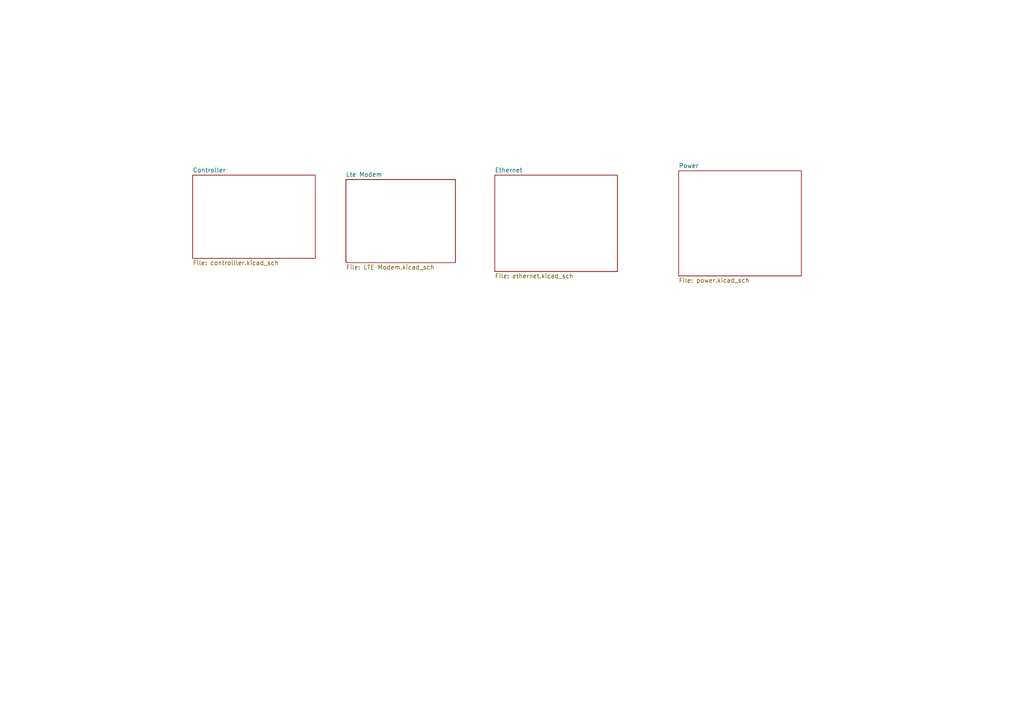
<source format=kicad_sch>
(kicad_sch
	(version 20231120)
	(generator "eeschema")
	(generator_version "8.0")
	(uuid "ff88a80a-629c-402a-bbb3-9ddb7c012e57")
	(paper "A4")
	(lib_symbols)
	(sheet
		(at 55.88 50.8)
		(size 35.56 24.13)
		(fields_autoplaced yes)
		(stroke
			(width 0.1524)
			(type solid)
		)
		(fill
			(color 0 0 0 0.0000)
		)
		(uuid "5ebb9537-b514-4c4b-99d1-76ae81a71a18")
		(property "Sheetname" "Controller"
			(at 55.88 50.0884 0)
			(effects
				(font
					(size 1.27 1.27)
				)
				(justify left bottom)
			)
		)
		(property "Sheetfile" "controlller.kicad_sch"
			(at 55.88 75.5146 0)
			(effects
				(font
					(size 1.27 1.27)
				)
				(justify left top)
			)
		)
		(instances
			(project "Industrial-IOT-Gateway"
				(path "/ff88a80a-629c-402a-bbb3-9ddb7c012e57"
					(page "2")
				)
			)
		)
	)
	(sheet
		(at 196.85 49.53)
		(size 35.56 30.48)
		(fields_autoplaced yes)
		(stroke
			(width 0.1524)
			(type solid)
		)
		(fill
			(color 0 0 0 0.0000)
		)
		(uuid "c8de5454-a8c7-45e0-bd15-680f770759ee")
		(property "Sheetname" "Power"
			(at 196.85 48.8184 0)
			(effects
				(font
					(size 1.27 1.27)
				)
				(justify left bottom)
			)
		)
		(property "Sheetfile" "power.kicad_sch"
			(at 196.85 80.5946 0)
			(effects
				(font
					(size 1.27 1.27)
				)
				(justify left top)
			)
		)
		(instances
			(project "Industrial-IOT-Gateway"
				(path "/ff88a80a-629c-402a-bbb3-9ddb7c012e57"
					(page "5")
				)
			)
		)
	)
	(sheet
		(at 143.51 50.8)
		(size 35.56 27.94)
		(fields_autoplaced yes)
		(stroke
			(width 0.1524)
			(type solid)
		)
		(fill
			(color 0 0 0 0.0000)
		)
		(uuid "d25397e2-9049-4494-98e7-9704a0bd77d9")
		(property "Sheetname" "Ethernet"
			(at 143.51 50.0884 0)
			(effects
				(font
					(size 1.27 1.27)
				)
				(justify left bottom)
			)
		)
		(property "Sheetfile" "ethernet.kicad_sch"
			(at 143.51 79.3246 0)
			(effects
				(font
					(size 1.27 1.27)
				)
				(justify left top)
			)
		)
		(instances
			(project "Industrial-IOT-Gateway"
				(path "/ff88a80a-629c-402a-bbb3-9ddb7c012e57"
					(page "4")
				)
			)
		)
	)
	(sheet
		(at 100.33 52.07)
		(size 31.75 24.13)
		(fields_autoplaced yes)
		(stroke
			(width 0.1524)
			(type solid)
		)
		(fill
			(color 0 0 0 0.0000)
		)
		(uuid "d9a7fad3-35d0-45ff-8de8-428303263bbe")
		(property "Sheetname" "Lte Modem"
			(at 100.33 51.3584 0)
			(effects
				(font
					(size 1.27 1.27)
				)
				(justify left bottom)
			)
		)
		(property "Sheetfile" "LTE Modem.kicad_sch"
			(at 100.33 76.7846 0)
			(effects
				(font
					(size 1.27 1.27)
				)
				(justify left top)
			)
		)
		(instances
			(project "Industrial-IOT-Gateway"
				(path "/ff88a80a-629c-402a-bbb3-9ddb7c012e57"
					(page "3")
				)
			)
		)
	)
	(sheet_instances
		(path "/"
			(page "1")
		)
	)
)

</source>
